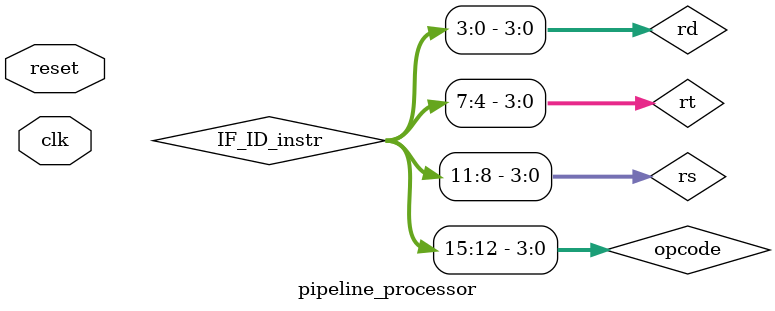
<source format=v>
`timescale 1ns/1ps

module pipeline_processor(input clk, input reset);

    // Instruction format: [15:12] opcode, [11:8] rs, [7:4] rt, [3:0] rd
    reg [15:0] instruction_memory [0:255];
    reg [7:0] data_memory [0:255];
    reg [7:0] registers [0:15];

    reg [7:0] pc;

    // Pipeline registers
    reg [15:0] IF_ID_instr;
    reg [15:0] ID_EX_instr;
    reg [7:0]  ID_EX_rs_val, ID_EX_rt_val;
    reg [3:0]  ID_EX_rd;

    reg [15:0] EX_MEM_instr;
    reg [7:0]  EX_MEM_alu_out, EX_MEM_rt_val;
    reg [3:0]  EX_MEM_rd;

    reg [15:0] MEM_WB_instr;
    reg [7:0]  MEM_WB_result;
    reg [3:0]  MEM_WB_rd;

    // Instruction decode wires
    wire [3:0] opcode = IF_ID_instr[15:12];
    wire [3:0] rs     = IF_ID_instr[11:8];
    wire [3:0] rt     = IF_ID_instr[7:4];
    wire [3:0] rd     = IF_ID_instr[3:0];

    always @(posedge clk or posedge reset) begin
        if (reset) begin
            pc <= 0;
            IF_ID_instr <= 0;
            ID_EX_instr <= 0;
            EX_MEM_instr <= 0;
            MEM_WB_instr <= 0;
        end else begin
            // FETCH
            IF_ID_instr <= instruction_memory[pc];
            pc <= pc + 1;

            // DECODE
            ID_EX_instr <= IF_ID_instr;
            ID_EX_rs_val <= registers[rs];
            ID_EX_rt_val <= registers[rt];
            ID_EX_rd <= rd;

            // EXECUTE
            EX_MEM_instr <= ID_EX_instr;
            EX_MEM_rt_val <= ID_EX_rt_val;
            EX_MEM_rd <= ID_EX_rd;

            case (ID_EX_instr[15:12])
                4'b0001: EX_MEM_alu_out <= ID_EX_rs_val + ID_EX_rt_val; // ADD
                4'b0010: EX_MEM_alu_out <= ID_EX_rs_val - ID_EX_rt_val; // SUB
                4'b0011: EX_MEM_alu_out <= data_memory[ID_EX_rs_val];   // LOAD
                4'b0100: begin // STORE
                    data_memory[ID_EX_rt_val] <= ID_EX_rs_val;
                    EX_MEM_alu_out <= 0;
                end
                default: EX_MEM_alu_out <= 0;
            endcase

            // MEMORY (pass-through)
            MEM_WB_instr <= EX_MEM_instr;
            MEM_WB_rd <= EX_MEM_rd;
            MEM_WB_result <= EX_MEM_alu_out;

            // WRITEBACK
            if (MEM_WB_instr[15:12] != 4'b0100) // Not STORE
                registers[MEM_WB_rd] <= MEM_WB_result;
        end
    end
endmodule

</source>
